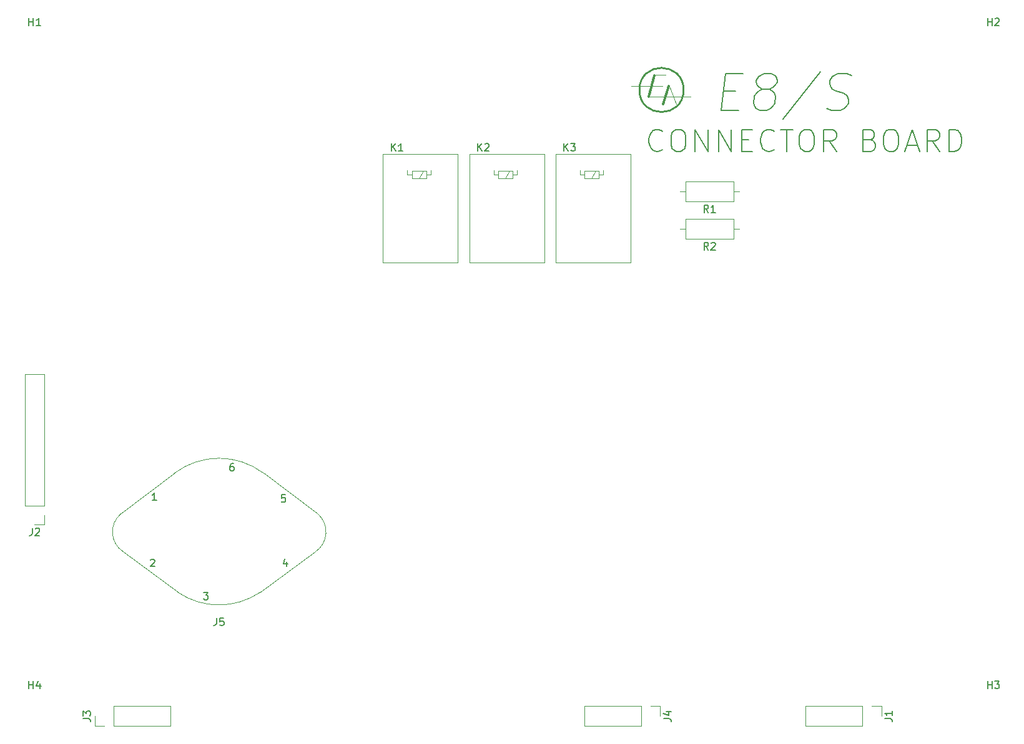
<source format=gbr>
%TF.GenerationSoftware,KiCad,Pcbnew,(6.0.4-0)*%
%TF.CreationDate,2024-04-20T10:36:54+10:00*%
%TF.ProjectId,support PCB,73757070-6f72-4742-9050-43422e6b6963,rev?*%
%TF.SameCoordinates,Original*%
%TF.FileFunction,Legend,Top*%
%TF.FilePolarity,Positive*%
%FSLAX46Y46*%
G04 Gerber Fmt 4.6, Leading zero omitted, Abs format (unit mm)*
G04 Created by KiCad (PCBNEW (6.0.4-0)) date 2024-04-20 10:36:54*
%MOMM*%
%LPD*%
G01*
G04 APERTURE LIST*
%ADD10C,0.150000*%
%ADD11C,0.120000*%
%ADD12C,0.300000*%
%ADD13C,0.240000*%
G04 APERTURE END LIST*
D10*
X150142857Y-58071428D02*
X150000000Y-58214285D01*
X149571428Y-58357142D01*
X149285714Y-58357142D01*
X148857142Y-58214285D01*
X148571428Y-57928571D01*
X148428571Y-57642857D01*
X148285714Y-57071428D01*
X148285714Y-56642857D01*
X148428571Y-56071428D01*
X148571428Y-55785714D01*
X148857142Y-55500000D01*
X149285714Y-55357142D01*
X149571428Y-55357142D01*
X150000000Y-55500000D01*
X150142857Y-55642857D01*
X152000000Y-55357142D02*
X152571428Y-55357142D01*
X152857142Y-55500000D01*
X153142857Y-55785714D01*
X153285714Y-56357142D01*
X153285714Y-57357142D01*
X153142857Y-57928571D01*
X152857142Y-58214285D01*
X152571428Y-58357142D01*
X152000000Y-58357142D01*
X151714285Y-58214285D01*
X151428571Y-57928571D01*
X151285714Y-57357142D01*
X151285714Y-56357142D01*
X151428571Y-55785714D01*
X151714285Y-55500000D01*
X152000000Y-55357142D01*
X154571428Y-58357142D02*
X154571428Y-55357142D01*
X156285714Y-58357142D01*
X156285714Y-55357142D01*
X157714285Y-58357142D02*
X157714285Y-55357142D01*
X159428571Y-58357142D01*
X159428571Y-55357142D01*
X160857142Y-56785714D02*
X161857142Y-56785714D01*
X162285714Y-58357142D02*
X160857142Y-58357142D01*
X160857142Y-55357142D01*
X162285714Y-55357142D01*
X165285714Y-58071428D02*
X165142857Y-58214285D01*
X164714285Y-58357142D01*
X164428571Y-58357142D01*
X164000000Y-58214285D01*
X163714285Y-57928571D01*
X163571428Y-57642857D01*
X163428571Y-57071428D01*
X163428571Y-56642857D01*
X163571428Y-56071428D01*
X163714285Y-55785714D01*
X164000000Y-55500000D01*
X164428571Y-55357142D01*
X164714285Y-55357142D01*
X165142857Y-55500000D01*
X165285714Y-55642857D01*
X166142857Y-55357142D02*
X167857142Y-55357142D01*
X167000000Y-58357142D02*
X167000000Y-55357142D01*
X169428571Y-55357142D02*
X170000000Y-55357142D01*
X170285714Y-55500000D01*
X170571428Y-55785714D01*
X170714285Y-56357142D01*
X170714285Y-57357142D01*
X170571428Y-57928571D01*
X170285714Y-58214285D01*
X170000000Y-58357142D01*
X169428571Y-58357142D01*
X169142857Y-58214285D01*
X168857142Y-57928571D01*
X168714285Y-57357142D01*
X168714285Y-56357142D01*
X168857142Y-55785714D01*
X169142857Y-55500000D01*
X169428571Y-55357142D01*
X173714285Y-58357142D02*
X172714285Y-56928571D01*
X172000000Y-58357142D02*
X172000000Y-55357142D01*
X173142857Y-55357142D01*
X173428571Y-55500000D01*
X173571428Y-55642857D01*
X173714285Y-55928571D01*
X173714285Y-56357142D01*
X173571428Y-56642857D01*
X173428571Y-56785714D01*
X173142857Y-56928571D01*
X172000000Y-56928571D01*
X178285714Y-56785714D02*
X178714285Y-56928571D01*
X178857142Y-57071428D01*
X179000000Y-57357142D01*
X179000000Y-57785714D01*
X178857142Y-58071428D01*
X178714285Y-58214285D01*
X178428571Y-58357142D01*
X177285714Y-58357142D01*
X177285714Y-55357142D01*
X178285714Y-55357142D01*
X178571428Y-55500000D01*
X178714285Y-55642857D01*
X178857142Y-55928571D01*
X178857142Y-56214285D01*
X178714285Y-56500000D01*
X178571428Y-56642857D01*
X178285714Y-56785714D01*
X177285714Y-56785714D01*
X180857142Y-55357142D02*
X181428571Y-55357142D01*
X181714285Y-55500000D01*
X182000000Y-55785714D01*
X182142857Y-56357142D01*
X182142857Y-57357142D01*
X182000000Y-57928571D01*
X181714285Y-58214285D01*
X181428571Y-58357142D01*
X180857142Y-58357142D01*
X180571428Y-58214285D01*
X180285714Y-57928571D01*
X180142857Y-57357142D01*
X180142857Y-56357142D01*
X180285714Y-55785714D01*
X180571428Y-55500000D01*
X180857142Y-55357142D01*
X183285714Y-57500000D02*
X184714285Y-57500000D01*
X183000000Y-58357142D02*
X184000000Y-55357142D01*
X185000000Y-58357142D01*
X187714285Y-58357142D02*
X186714285Y-56928571D01*
X186000000Y-58357142D02*
X186000000Y-55357142D01*
X187142857Y-55357142D01*
X187428571Y-55500000D01*
X187571428Y-55642857D01*
X187714285Y-55928571D01*
X187714285Y-56357142D01*
X187571428Y-56642857D01*
X187428571Y-56785714D01*
X187142857Y-56928571D01*
X186000000Y-56928571D01*
X189000000Y-58357142D02*
X189000000Y-55357142D01*
X189714285Y-55357142D01*
X190142857Y-55500000D01*
X190428571Y-55785714D01*
X190571428Y-56071428D01*
X190714285Y-56642857D01*
X190714285Y-57071428D01*
X190571428Y-57642857D01*
X190428571Y-57928571D01*
X190142857Y-58214285D01*
X189714285Y-58357142D01*
X189000000Y-58357142D01*
X158401636Y-50142857D02*
X160068303Y-50142857D01*
X160455208Y-52761904D02*
X158074255Y-52761904D01*
X158699255Y-47761904D01*
X161080208Y-47761904D01*
X163669494Y-49904761D02*
X163223065Y-49666666D01*
X163014732Y-49428571D01*
X162836160Y-48952380D01*
X162865922Y-48714285D01*
X163163541Y-48238095D01*
X163431398Y-48000000D01*
X163937351Y-47761904D01*
X164889732Y-47761904D01*
X165336160Y-48000000D01*
X165544494Y-48238095D01*
X165723065Y-48714285D01*
X165693303Y-48952380D01*
X165395684Y-49428571D01*
X165127827Y-49666666D01*
X164621875Y-49904761D01*
X163669494Y-49904761D01*
X163163541Y-50142857D01*
X162895684Y-50380952D01*
X162598065Y-50857142D01*
X162479017Y-51809523D01*
X162657589Y-52285714D01*
X162865922Y-52523809D01*
X163312351Y-52761904D01*
X164264732Y-52761904D01*
X164770684Y-52523809D01*
X165038541Y-52285714D01*
X165336160Y-51809523D01*
X165455208Y-50857142D01*
X165276636Y-50380952D01*
X165068303Y-50142857D01*
X164621875Y-49904761D01*
X171586160Y-47523809D02*
X166496875Y-53952380D01*
X172389732Y-52523809D02*
X173074255Y-52761904D01*
X174264732Y-52761904D01*
X174770684Y-52523809D01*
X175038541Y-52285714D01*
X175336160Y-51809523D01*
X175395684Y-51333333D01*
X175217113Y-50857142D01*
X175008779Y-50619047D01*
X174562351Y-50380952D01*
X173639732Y-50142857D01*
X173193303Y-49904761D01*
X172984970Y-49666666D01*
X172806398Y-49190476D01*
X172865922Y-48714285D01*
X173163541Y-48238095D01*
X173431398Y-48000000D01*
X173937351Y-47761904D01*
X175127827Y-47761904D01*
X175812351Y-48000000D01*
%TO.C,H4*%
X64238095Y-131252380D02*
X64238095Y-130252380D01*
X64238095Y-130728571D02*
X64809523Y-130728571D01*
X64809523Y-131252380D02*
X64809523Y-130252380D01*
X65714285Y-130585714D02*
X65714285Y-131252380D01*
X65476190Y-130204761D02*
X65238095Y-130919047D01*
X65857142Y-130919047D01*
%TO.C,H3*%
X194238095Y-131252380D02*
X194238095Y-130252380D01*
X194238095Y-130728571D02*
X194809523Y-130728571D01*
X194809523Y-131252380D02*
X194809523Y-130252380D01*
X195190476Y-130252380D02*
X195809523Y-130252380D01*
X195476190Y-130633333D01*
X195619047Y-130633333D01*
X195714285Y-130680952D01*
X195761904Y-130728571D01*
X195809523Y-130823809D01*
X195809523Y-131061904D01*
X195761904Y-131157142D01*
X195714285Y-131204761D01*
X195619047Y-131252380D01*
X195333333Y-131252380D01*
X195238095Y-131204761D01*
X195190476Y-131157142D01*
%TO.C,H2*%
X194238095Y-41252380D02*
X194238095Y-40252380D01*
X194238095Y-40728571D02*
X194809523Y-40728571D01*
X194809523Y-41252380D02*
X194809523Y-40252380D01*
X195238095Y-40347619D02*
X195285714Y-40300000D01*
X195380952Y-40252380D01*
X195619047Y-40252380D01*
X195714285Y-40300000D01*
X195761904Y-40347619D01*
X195809523Y-40442857D01*
X195809523Y-40538095D01*
X195761904Y-40680952D01*
X195190476Y-41252380D01*
X195809523Y-41252380D01*
%TO.C,H1*%
X64238095Y-41252380D02*
X64238095Y-40252380D01*
X64238095Y-40728571D02*
X64809523Y-40728571D01*
X64809523Y-41252380D02*
X64809523Y-40252380D01*
X65809523Y-41252380D02*
X65238095Y-41252380D01*
X65523809Y-41252380D02*
X65523809Y-40252380D01*
X65428571Y-40395238D01*
X65333333Y-40490476D01*
X65238095Y-40538095D01*
%TO.C,J5*%
X89666666Y-121702380D02*
X89666666Y-122416666D01*
X89619047Y-122559523D01*
X89523809Y-122654761D01*
X89380952Y-122702380D01*
X89285714Y-122702380D01*
X90619047Y-121702380D02*
X90142857Y-121702380D01*
X90095238Y-122178571D01*
X90142857Y-122130952D01*
X90238095Y-122083333D01*
X90476190Y-122083333D01*
X90571428Y-122130952D01*
X90619047Y-122178571D01*
X90666666Y-122273809D01*
X90666666Y-122511904D01*
X90619047Y-122607142D01*
X90571428Y-122654761D01*
X90476190Y-122702380D01*
X90238095Y-122702380D01*
X90142857Y-122654761D01*
X90095238Y-122607142D01*
X91940476Y-100702380D02*
X91750000Y-100702380D01*
X91654761Y-100750000D01*
X91607142Y-100797619D01*
X91511904Y-100940476D01*
X91464285Y-101130952D01*
X91464285Y-101511904D01*
X91511904Y-101607142D01*
X91559523Y-101654761D01*
X91654761Y-101702380D01*
X91845238Y-101702380D01*
X91940476Y-101654761D01*
X91988095Y-101607142D01*
X92035714Y-101511904D01*
X92035714Y-101273809D01*
X91988095Y-101178571D01*
X91940476Y-101130952D01*
X91845238Y-101083333D01*
X91654761Y-101083333D01*
X91559523Y-101130952D01*
X91511904Y-101178571D01*
X91464285Y-101273809D01*
X98988095Y-104952380D02*
X98511904Y-104952380D01*
X98464285Y-105428571D01*
X98511904Y-105380952D01*
X98607142Y-105333333D01*
X98845238Y-105333333D01*
X98940476Y-105380952D01*
X98988095Y-105428571D01*
X99035714Y-105523809D01*
X99035714Y-105761904D01*
X98988095Y-105857142D01*
X98940476Y-105904761D01*
X98845238Y-105952380D01*
X98607142Y-105952380D01*
X98511904Y-105904761D01*
X98464285Y-105857142D01*
X99190476Y-114035714D02*
X99190476Y-114702380D01*
X98952380Y-113654761D02*
X98714285Y-114369047D01*
X99333333Y-114369047D01*
X87916666Y-118202380D02*
X88535714Y-118202380D01*
X88202380Y-118583333D01*
X88345238Y-118583333D01*
X88440476Y-118630952D01*
X88488095Y-118678571D01*
X88535714Y-118773809D01*
X88535714Y-119011904D01*
X88488095Y-119107142D01*
X88440476Y-119154761D01*
X88345238Y-119202380D01*
X88059523Y-119202380D01*
X87964285Y-119154761D01*
X87916666Y-119107142D01*
X80714285Y-113797619D02*
X80761904Y-113750000D01*
X80857142Y-113702380D01*
X81095238Y-113702380D01*
X81190476Y-113750000D01*
X81238095Y-113797619D01*
X81285714Y-113892857D01*
X81285714Y-113988095D01*
X81238095Y-114130952D01*
X80666666Y-114702380D01*
X81285714Y-114702380D01*
X81535714Y-105702380D02*
X80964285Y-105702380D01*
X81250000Y-105702380D02*
X81250000Y-104702380D01*
X81154761Y-104845238D01*
X81059523Y-104940476D01*
X80964285Y-104988095D01*
%TO.C,K3*%
X136796904Y-58277380D02*
X136796904Y-57277380D01*
X137368333Y-58277380D02*
X136939761Y-57705952D01*
X137368333Y-57277380D02*
X136796904Y-57848809D01*
X137701666Y-57277380D02*
X138320714Y-57277380D01*
X137987380Y-57658333D01*
X138130238Y-57658333D01*
X138225476Y-57705952D01*
X138273095Y-57753571D01*
X138320714Y-57848809D01*
X138320714Y-58086904D01*
X138273095Y-58182142D01*
X138225476Y-58229761D01*
X138130238Y-58277380D01*
X137844523Y-58277380D01*
X137749285Y-58229761D01*
X137701666Y-58182142D01*
%TO.C,K2*%
X125096904Y-58277380D02*
X125096904Y-57277380D01*
X125668333Y-58277380D02*
X125239761Y-57705952D01*
X125668333Y-57277380D02*
X125096904Y-57848809D01*
X126049285Y-57372619D02*
X126096904Y-57325000D01*
X126192142Y-57277380D01*
X126430238Y-57277380D01*
X126525476Y-57325000D01*
X126573095Y-57372619D01*
X126620714Y-57467857D01*
X126620714Y-57563095D01*
X126573095Y-57705952D01*
X126001666Y-58277380D01*
X126620714Y-58277380D01*
%TO.C,K1*%
X113396904Y-58277380D02*
X113396904Y-57277380D01*
X113968333Y-58277380D02*
X113539761Y-57705952D01*
X113968333Y-57277380D02*
X113396904Y-57848809D01*
X114920714Y-58277380D02*
X114349285Y-58277380D01*
X114635000Y-58277380D02*
X114635000Y-57277380D01*
X114539761Y-57420238D01*
X114444523Y-57515476D01*
X114349285Y-57563095D01*
%TO.C,R2*%
X156353333Y-71702380D02*
X156020000Y-71226190D01*
X155781904Y-71702380D02*
X155781904Y-70702380D01*
X156162857Y-70702380D01*
X156258095Y-70750000D01*
X156305714Y-70797619D01*
X156353333Y-70892857D01*
X156353333Y-71035714D01*
X156305714Y-71130952D01*
X156258095Y-71178571D01*
X156162857Y-71226190D01*
X155781904Y-71226190D01*
X156734285Y-70797619D02*
X156781904Y-70750000D01*
X156877142Y-70702380D01*
X157115238Y-70702380D01*
X157210476Y-70750000D01*
X157258095Y-70797619D01*
X157305714Y-70892857D01*
X157305714Y-70988095D01*
X157258095Y-71130952D01*
X156686666Y-71702380D01*
X157305714Y-71702380D01*
%TO.C,R1*%
X156353333Y-66622380D02*
X156020000Y-66146190D01*
X155781904Y-66622380D02*
X155781904Y-65622380D01*
X156162857Y-65622380D01*
X156258095Y-65670000D01*
X156305714Y-65717619D01*
X156353333Y-65812857D01*
X156353333Y-65955714D01*
X156305714Y-66050952D01*
X156258095Y-66098571D01*
X156162857Y-66146190D01*
X155781904Y-66146190D01*
X157305714Y-66622380D02*
X156734285Y-66622380D01*
X157020000Y-66622380D02*
X157020000Y-65622380D01*
X156924761Y-65765238D01*
X156829523Y-65860476D01*
X156734285Y-65908095D01*
%TO.C,J4*%
X150282380Y-135333333D02*
X150996666Y-135333333D01*
X151139523Y-135380952D01*
X151234761Y-135476190D01*
X151282380Y-135619047D01*
X151282380Y-135714285D01*
X150615714Y-134428571D02*
X151282380Y-134428571D01*
X150234761Y-134666666D02*
X150949047Y-134904761D01*
X150949047Y-134285714D01*
%TO.C,J3*%
X71582380Y-135333333D02*
X72296666Y-135333333D01*
X72439523Y-135380952D01*
X72534761Y-135476190D01*
X72582380Y-135619047D01*
X72582380Y-135714285D01*
X71582380Y-134952380D02*
X71582380Y-134333333D01*
X71963333Y-134666666D01*
X71963333Y-134523809D01*
X72010952Y-134428571D01*
X72058571Y-134380952D01*
X72153809Y-134333333D01*
X72391904Y-134333333D01*
X72487142Y-134380952D01*
X72534761Y-134428571D01*
X72582380Y-134523809D01*
X72582380Y-134809523D01*
X72534761Y-134904761D01*
X72487142Y-134952380D01*
%TO.C,J2*%
X64666666Y-109482380D02*
X64666666Y-110196666D01*
X64619047Y-110339523D01*
X64523809Y-110434761D01*
X64380952Y-110482380D01*
X64285714Y-110482380D01*
X65095238Y-109577619D02*
X65142857Y-109530000D01*
X65238095Y-109482380D01*
X65476190Y-109482380D01*
X65571428Y-109530000D01*
X65619047Y-109577619D01*
X65666666Y-109672857D01*
X65666666Y-109768095D01*
X65619047Y-109910952D01*
X65047619Y-110482380D01*
X65666666Y-110482380D01*
%TO.C,J1*%
X180282380Y-135333333D02*
X180996666Y-135333333D01*
X181139523Y-135380952D01*
X181234761Y-135476190D01*
X181282380Y-135619047D01*
X181282380Y-135714285D01*
X181282380Y-134333333D02*
X181282380Y-134904761D01*
X181282380Y-134619047D02*
X180282380Y-134619047D01*
X180425238Y-134714285D01*
X180520476Y-134809523D01*
X180568095Y-134904761D01*
D11*
%TO.C,REF\u002A\u002A*%
X151040000Y-49490000D02*
X152000000Y-51960000D01*
D12*
X151000000Y-49500000D02*
X150200000Y-51900000D01*
D11*
X148250000Y-50950000D02*
X153950000Y-50950000D01*
X145910000Y-49470000D02*
X150110000Y-49470000D01*
X148960000Y-47930000D02*
X150570000Y-47930000D01*
D12*
X149000000Y-48000000D02*
X148300000Y-50900000D01*
D13*
X153000000Y-50000000D02*
G75*
G03*
X153000000Y-50000000I-3000000J0D01*
G01*
D11*
%TO.C,J5*%
X76750001Y-107500002D02*
G75*
G03*
X77031161Y-112701033I1999999J-2499998D01*
G01*
X103000000Y-112750000D02*
G75*
G03*
X103314103Y-107477208I-1750000J2750000D01*
G01*
X96000000Y-102000000D02*
G75*
G03*
X84000000Y-102000000I-6000000J-8000000D01*
G01*
X84500000Y-118250000D02*
G75*
G03*
X95560959Y-118209034I5500000J8250000D01*
G01*
X77031161Y-112701033D02*
X84500000Y-118250000D01*
X84000000Y-102000000D02*
X76750000Y-107500000D01*
X103314103Y-107477208D02*
X96000000Y-102000000D01*
X103000000Y-112750000D02*
X95560959Y-118209034D01*
%TO.C,K3*%
X135630000Y-73446000D02*
X135630000Y-58714000D01*
X135630000Y-58714000D02*
X145790000Y-58714000D01*
X145790000Y-58714000D02*
X145790000Y-73446000D01*
X145790000Y-73446000D02*
X135630000Y-73446000D01*
X141116000Y-61000000D02*
X140481000Y-62016000D01*
X138932000Y-60873000D02*
X138932000Y-61508000D01*
X138932000Y-61508000D02*
X139592000Y-61508000D01*
X142132000Y-60873000D02*
X142132000Y-61508000D01*
X142132000Y-61508000D02*
X141497000Y-61508000D01*
X141497000Y-61000000D02*
X139592000Y-61000000D01*
X139592000Y-61000000D02*
X139592000Y-62016000D01*
X139592000Y-62016000D02*
X141497000Y-62016000D01*
X141497000Y-61000000D02*
X141497000Y-62016000D01*
%TO.C,K2*%
X123930000Y-73446000D02*
X123930000Y-58714000D01*
X123930000Y-58714000D02*
X134090000Y-58714000D01*
X134090000Y-58714000D02*
X134090000Y-73446000D01*
X134090000Y-73446000D02*
X123930000Y-73446000D01*
X129416000Y-61000000D02*
X128781000Y-62016000D01*
X127232000Y-60873000D02*
X127232000Y-61508000D01*
X127232000Y-61508000D02*
X127892000Y-61508000D01*
X130432000Y-60873000D02*
X130432000Y-61508000D01*
X130432000Y-61508000D02*
X129797000Y-61508000D01*
X129797000Y-61000000D02*
X127892000Y-61000000D01*
X127892000Y-61000000D02*
X127892000Y-62016000D01*
X127892000Y-62016000D02*
X129797000Y-62016000D01*
X129797000Y-61000000D02*
X129797000Y-62016000D01*
%TO.C,K1*%
X112230000Y-73446000D02*
X112230000Y-58714000D01*
X112230000Y-58714000D02*
X122390000Y-58714000D01*
X122390000Y-58714000D02*
X122390000Y-73446000D01*
X122390000Y-73446000D02*
X112230000Y-73446000D01*
X117716000Y-61000000D02*
X117081000Y-62016000D01*
X115532000Y-60873000D02*
X115532000Y-61508000D01*
X115532000Y-61508000D02*
X116192000Y-61508000D01*
X118732000Y-60873000D02*
X118732000Y-61508000D01*
X118732000Y-61508000D02*
X118097000Y-61508000D01*
X118097000Y-61000000D02*
X116192000Y-61000000D01*
X116192000Y-61000000D02*
X116192000Y-62016000D01*
X116192000Y-62016000D02*
X118097000Y-62016000D01*
X118097000Y-61000000D02*
X118097000Y-62016000D01*
%TO.C,R2*%
X159790000Y-70250000D02*
X159790000Y-67510000D01*
X159790000Y-67510000D02*
X153250000Y-67510000D01*
X153250000Y-67510000D02*
X153250000Y-70250000D01*
X153250000Y-70250000D02*
X159790000Y-70250000D01*
X160560000Y-68880000D02*
X159790000Y-68880000D01*
X152480000Y-68880000D02*
X153250000Y-68880000D01*
%TO.C,R1*%
X159790000Y-65170000D02*
X159790000Y-62430000D01*
X159790000Y-62430000D02*
X153250000Y-62430000D01*
X153250000Y-62430000D02*
X153250000Y-65170000D01*
X153250000Y-65170000D02*
X159790000Y-65170000D01*
X160560000Y-63800000D02*
X159790000Y-63800000D01*
X152480000Y-63800000D02*
X153250000Y-63800000D01*
%TO.C,J4*%
X139550000Y-133670000D02*
X139550000Y-136330000D01*
X147230000Y-133670000D02*
X139550000Y-133670000D01*
X147230000Y-136330000D02*
X139550000Y-136330000D01*
X147230000Y-133670000D02*
X147230000Y-136330000D01*
X148500000Y-133670000D02*
X149830000Y-133670000D01*
X149830000Y-133670000D02*
X149830000Y-135000000D01*
%TO.C,J3*%
X83410000Y-136330000D02*
X83410000Y-133670000D01*
X75730000Y-136330000D02*
X83410000Y-136330000D01*
X75730000Y-133670000D02*
X83410000Y-133670000D01*
X75730000Y-136330000D02*
X75730000Y-133670000D01*
X74460000Y-136330000D02*
X73130000Y-136330000D01*
X73130000Y-136330000D02*
X73130000Y-135000000D01*
%TO.C,J2*%
X66330000Y-88590000D02*
X63670000Y-88590000D01*
X66330000Y-106430000D02*
X66330000Y-88590000D01*
X63670000Y-106430000D02*
X63670000Y-88590000D01*
X66330000Y-106430000D02*
X63670000Y-106430000D01*
X66330000Y-107700000D02*
X66330000Y-109030000D01*
X66330000Y-109030000D02*
X65000000Y-109030000D01*
%TO.C,J1*%
X169550000Y-133670000D02*
X169550000Y-136330000D01*
X177230000Y-133670000D02*
X169550000Y-133670000D01*
X177230000Y-136330000D02*
X169550000Y-136330000D01*
X177230000Y-133670000D02*
X177230000Y-136330000D01*
X178500000Y-133670000D02*
X179830000Y-133670000D01*
X179830000Y-133670000D02*
X179830000Y-135000000D01*
%TD*%
M02*

</source>
